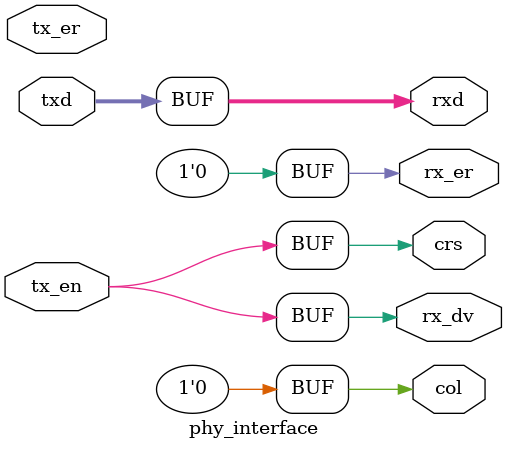
<source format=v>
module phy_interface (
    input			tx_er					,
    input			tx_en					,
    input	[7:0]	txd						,
    output			rx_er					,
    output			rx_dv					,
    output 	[7:0]	rxd						,
    output			crs						,
    output			col						
);

assign rx_dv    = tx_en;
assign rxd      = txd;
assign rx_er    = 0;
assign crs      = tx_en;
assign col      = 0;



endmodule
</source>
